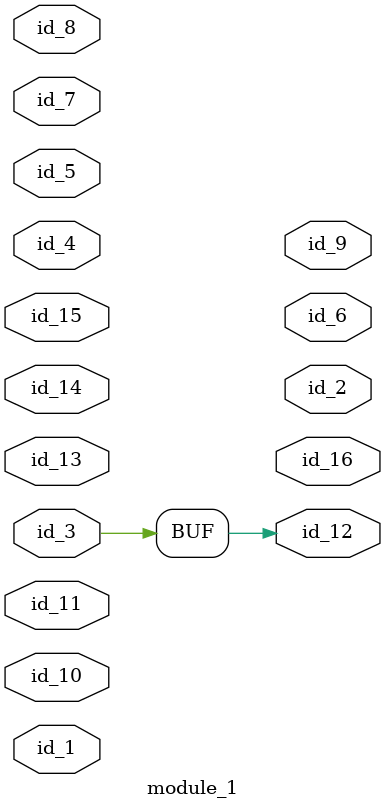
<source format=v>
module module_0;
  wire id_1;
endmodule
module module_1 (
    id_1,
    id_2,
    id_3,
    id_4,
    id_5,
    id_6,
    id_7,
    id_8,
    id_9,
    id_10,
    id_11,
    id_12,
    id_13,
    id_14,
    id_15,
    id_16
);
  output wire id_16;
  input wire id_15;
  inout wire id_14;
  inout wire id_13;
  output wire id_12;
  input wire id_11;
  inout wire id_10;
  output wire id_9;
  inout wire id_8;
  input wire id_7;
  output wire id_6;
  input wire id_5;
  input wire id_4;
  inout wire id_3;
  output wire id_2;
  module_0 modCall_1 ();
  inout wire id_1;
  assign id_12 = id_3;
endmodule

</source>
